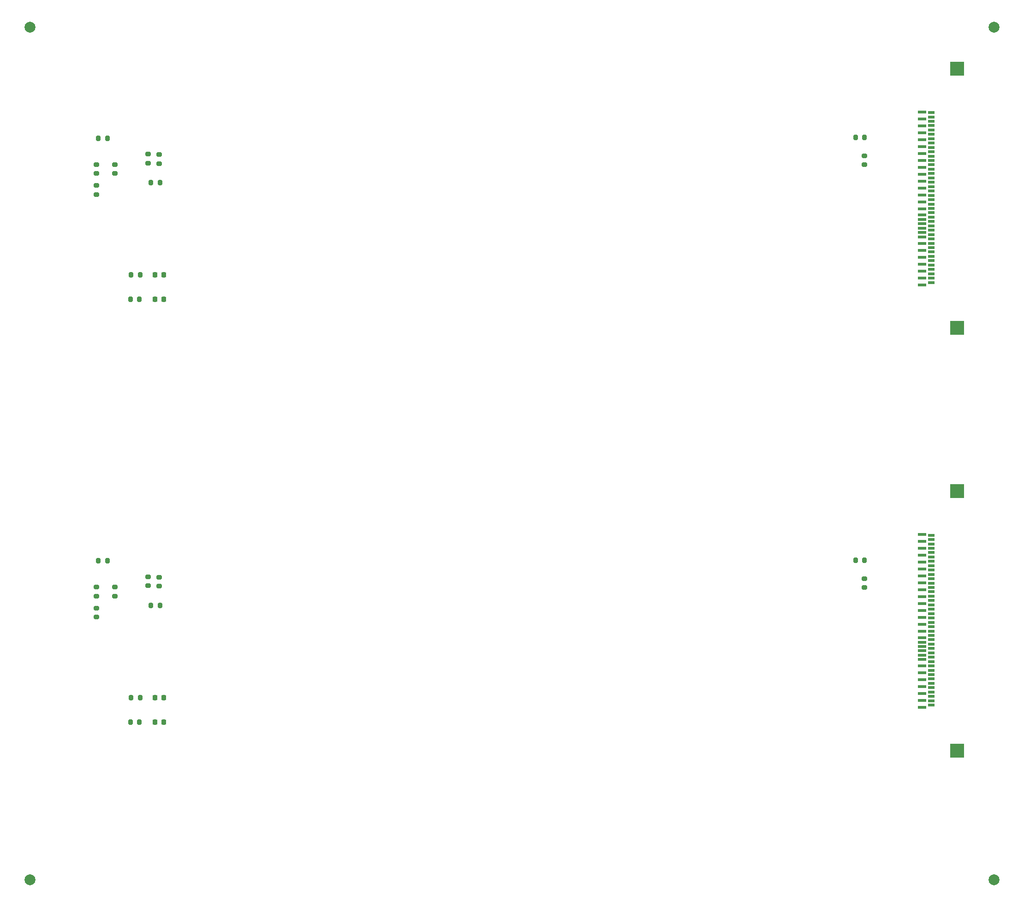
<source format=gbr>
G04 #@! TF.GenerationSoftware,KiCad,Pcbnew,6.0.7*
G04 #@! TF.CreationDate,2022-09-06T12:37:21-05:00*
G04 #@! TF.ProjectId,panel,70616e65-6c2e-46b6-9963-61645f706362,rev?*
G04 #@! TF.SameCoordinates,Original*
G04 #@! TF.FileFunction,Paste,Top*
G04 #@! TF.FilePolarity,Positive*
%FSLAX46Y46*%
G04 Gerber Fmt 4.6, Leading zero omitted, Abs format (unit mm)*
G04 Created by KiCad (PCBNEW 6.0.7) date 2022-09-06 12:37:21*
%MOMM*%
%LPD*%
G01*
G04 APERTURE LIST*
G04 Aperture macros list*
%AMRoundRect*
0 Rectangle with rounded corners*
0 $1 Rounding radius*
0 $2 $3 $4 $5 $6 $7 $8 $9 X,Y pos of 4 corners*
0 Add a 4 corners polygon primitive as box body*
4,1,4,$2,$3,$4,$5,$6,$7,$8,$9,$2,$3,0*
0 Add four circle primitives for the rounded corners*
1,1,$1+$1,$2,$3*
1,1,$1+$1,$4,$5*
1,1,$1+$1,$6,$7*
1,1,$1+$1,$8,$9*
0 Add four rect primitives between the rounded corners*
20,1,$1+$1,$2,$3,$4,$5,0*
20,1,$1+$1,$4,$5,$6,$7,0*
20,1,$1+$1,$6,$7,$8,$9,0*
20,1,$1+$1,$8,$9,$2,$3,0*%
G04 Aperture macros list end*
%ADD10RoundRect,0.218750X0.218750X0.256250X-0.218750X0.256250X-0.218750X-0.256250X0.218750X-0.256250X0*%
%ADD11RoundRect,0.200000X-0.200000X-0.275000X0.200000X-0.275000X0.200000X0.275000X-0.200000X0.275000X0*%
%ADD12RoundRect,0.200000X0.275000X-0.200000X0.275000X0.200000X-0.275000X0.200000X-0.275000X-0.200000X0*%
%ADD13C,2.000000*%
%ADD14RoundRect,0.200000X-0.275000X0.200000X-0.275000X-0.200000X0.275000X-0.200000X0.275000X0.200000X0*%
%ADD15R,1.500000X0.500000*%
%ADD16R,1.200000X0.500000*%
%ADD17R,2.600000X2.600000*%
%ADD18R,1.500000X0.600000*%
G04 APERTURE END LIST*
D10*
G04 #@! TO.C,D2*
X42075000Y-63003553D03*
X40500000Y-63003553D03*
G04 #@! TD*
D11*
G04 #@! TO.C,R1*
X30100000Y-37903553D03*
X31750000Y-37903553D03*
G04 #@! TD*
G04 #@! TO.C,R9*
X36087500Y-140607106D03*
X37737500Y-140607106D03*
G04 #@! TD*
D12*
G04 #@! TO.C,R3*
X39200000Y-120107106D03*
X39200000Y-118457106D03*
G04 #@! TD*
D11*
G04 #@! TO.C,R10*
X169050000Y-115407106D03*
X170700000Y-115407106D03*
G04 #@! TD*
G04 #@! TO.C,R2*
X39750000Y-46103553D03*
X41400000Y-46103553D03*
G04 #@! TD*
D10*
G04 #@! TO.C,D2*
X42075000Y-140607106D03*
X40500000Y-140607106D03*
G04 #@! TD*
D13*
G04 #@! TO.C,REF\u002A\u002A*
X17500000Y-174111776D03*
G04 #@! TD*
D14*
G04 #@! TO.C,R6*
X33100000Y-120357106D03*
X33100000Y-122007106D03*
G04 #@! TD*
D12*
G04 #@! TO.C,R3*
X39200000Y-42503553D03*
X39200000Y-40853553D03*
G04 #@! TD*
G04 #@! TO.C,R5*
X29700000Y-48228553D03*
X29700000Y-46578553D03*
G04 #@! TD*
D11*
G04 #@! TO.C,R10*
X169050000Y-37803553D03*
X170700000Y-37803553D03*
G04 #@! TD*
D10*
G04 #@! TO.C,D1*
X42075000Y-145107106D03*
X40500000Y-145107106D03*
G04 #@! TD*
G04 #@! TO.C,D1*
X42075000Y-67503553D03*
X40500000Y-67503553D03*
G04 #@! TD*
D12*
G04 #@! TO.C,R7*
X29700000Y-44403553D03*
X29700000Y-42753553D03*
G04 #@! TD*
D13*
G04 #@! TO.C,REF\u002A\u002A*
X17500000Y-17500000D03*
G04 #@! TD*
D11*
G04 #@! TO.C,R9*
X36087500Y-63003553D03*
X37737500Y-63003553D03*
G04 #@! TD*
D12*
G04 #@! TO.C,R4*
X41200000Y-120157106D03*
X41200000Y-118507106D03*
G04 #@! TD*
G04 #@! TO.C,R5*
X29700000Y-125832106D03*
X29700000Y-124182106D03*
G04 #@! TD*
D13*
G04 #@! TO.C,REF\u002A\u002A*
X194500000Y-174111776D03*
G04 #@! TD*
D15*
G04 #@! TO.C,J2*
X181300000Y-133637106D03*
X181300000Y-132837106D03*
X181300000Y-132037106D03*
X181300000Y-131237106D03*
X181300000Y-130437106D03*
X181300000Y-129637106D03*
D16*
X183000000Y-142007106D03*
X183000000Y-141207106D03*
X183000000Y-140407106D03*
X183000000Y-139607106D03*
X183000000Y-138807106D03*
X183000000Y-138007106D03*
X183000000Y-137207106D03*
X183000000Y-136407106D03*
X183000000Y-135607106D03*
X183000000Y-134807106D03*
X183000000Y-117207106D03*
X183000000Y-116407106D03*
X183000000Y-115607106D03*
X183000000Y-114807106D03*
X183000000Y-114007106D03*
X183000000Y-113207106D03*
X183000000Y-112407106D03*
X183000000Y-111607106D03*
X183000000Y-110807106D03*
D17*
X187730000Y-150382106D03*
X187730000Y-102732106D03*
D18*
X181300000Y-128462106D03*
X181300000Y-127192106D03*
X181300000Y-125922106D03*
X181300000Y-124652106D03*
X181300000Y-123382106D03*
X181300000Y-122112106D03*
X181300000Y-120842106D03*
X181300000Y-119572106D03*
X181300000Y-118302106D03*
X181300000Y-117032106D03*
X181300000Y-115762106D03*
X181300000Y-114492106D03*
X181300000Y-113222106D03*
X181300000Y-111952106D03*
X181300000Y-110682106D03*
X181300000Y-142432106D03*
X181300000Y-141162106D03*
X181300000Y-139892106D03*
X181300000Y-138622106D03*
X181300000Y-137352106D03*
X181300000Y-136082106D03*
X181300000Y-134812106D03*
D16*
X183000000Y-134007106D03*
X183000000Y-133207106D03*
X183000000Y-132407106D03*
X183000000Y-131607106D03*
X183000000Y-130807106D03*
X183000000Y-130007106D03*
X183000000Y-129207106D03*
X183000000Y-128407106D03*
X183000000Y-127607106D03*
X183000000Y-126807106D03*
X183000000Y-126007106D03*
X183000000Y-125207106D03*
X183000000Y-124407106D03*
X183000000Y-123607106D03*
X183000000Y-122807106D03*
X183000000Y-122007106D03*
X183000000Y-121207106D03*
X183000000Y-120407106D03*
X183000000Y-119607106D03*
X183000000Y-118807106D03*
X183000000Y-118007106D03*
G04 #@! TD*
D15*
G04 #@! TO.C,J2*
X181300000Y-56033553D03*
X181300000Y-55233553D03*
X181300000Y-54433553D03*
X181300000Y-53633553D03*
X181300000Y-52833553D03*
X181300000Y-52033553D03*
D16*
X183000000Y-64403553D03*
X183000000Y-63603553D03*
X183000000Y-62803553D03*
X183000000Y-62003553D03*
X183000000Y-61203553D03*
X183000000Y-60403553D03*
X183000000Y-59603553D03*
X183000000Y-58803553D03*
X183000000Y-58003553D03*
X183000000Y-57203553D03*
X183000000Y-39603553D03*
X183000000Y-38803553D03*
X183000000Y-38003553D03*
X183000000Y-37203553D03*
X183000000Y-36403553D03*
X183000000Y-35603553D03*
X183000000Y-34803553D03*
X183000000Y-34003553D03*
X183000000Y-33203553D03*
D17*
X187730000Y-72778553D03*
X187730000Y-25128553D03*
D18*
X181300000Y-50858553D03*
X181300000Y-49588553D03*
X181300000Y-48318553D03*
X181300000Y-47048553D03*
X181300000Y-45778553D03*
X181300000Y-44508553D03*
X181300000Y-43238553D03*
X181300000Y-41968553D03*
X181300000Y-40698553D03*
X181300000Y-39428553D03*
X181300000Y-38158553D03*
X181300000Y-36888553D03*
X181300000Y-35618553D03*
X181300000Y-34348553D03*
X181300000Y-33078553D03*
X181300000Y-64828553D03*
X181300000Y-63558553D03*
X181300000Y-62288553D03*
X181300000Y-61018553D03*
X181300000Y-59748553D03*
X181300000Y-58478553D03*
X181300000Y-57208553D03*
D16*
X183000000Y-56403553D03*
X183000000Y-55603553D03*
X183000000Y-54803553D03*
X183000000Y-54003553D03*
X183000000Y-53203553D03*
X183000000Y-52403553D03*
X183000000Y-51603553D03*
X183000000Y-50803553D03*
X183000000Y-50003553D03*
X183000000Y-49203553D03*
X183000000Y-48403553D03*
X183000000Y-47603553D03*
X183000000Y-46803553D03*
X183000000Y-46003553D03*
X183000000Y-45203553D03*
X183000000Y-44403553D03*
X183000000Y-43603553D03*
X183000000Y-42803553D03*
X183000000Y-42003553D03*
X183000000Y-41203553D03*
X183000000Y-40403553D03*
G04 #@! TD*
D11*
G04 #@! TO.C,R1*
X30100000Y-115507106D03*
X31750000Y-115507106D03*
G04 #@! TD*
D12*
G04 #@! TO.C,R7*
X29700000Y-122007106D03*
X29700000Y-120357106D03*
G04 #@! TD*
D11*
G04 #@! TO.C,R8*
X35950000Y-67503553D03*
X37600000Y-67503553D03*
G04 #@! TD*
D14*
G04 #@! TO.C,R6*
X33100000Y-42753553D03*
X33100000Y-44403553D03*
G04 #@! TD*
D11*
G04 #@! TO.C,R2*
X39750000Y-123707106D03*
X41400000Y-123707106D03*
G04 #@! TD*
D13*
G04 #@! TO.C,REF\u002A\u002A*
X194500000Y-17500000D03*
G04 #@! TD*
D12*
G04 #@! TO.C,R4*
X41200000Y-42553553D03*
X41200000Y-40903553D03*
G04 #@! TD*
D11*
G04 #@! TO.C,R8*
X35950000Y-145107106D03*
X37600000Y-145107106D03*
G04 #@! TD*
D14*
G04 #@! TO.C,R11*
X170700000Y-41153553D03*
X170700000Y-42803553D03*
G04 #@! TD*
G04 #@! TO.C,R11*
X170700000Y-118757106D03*
X170700000Y-120407106D03*
G04 #@! TD*
M02*

</source>
